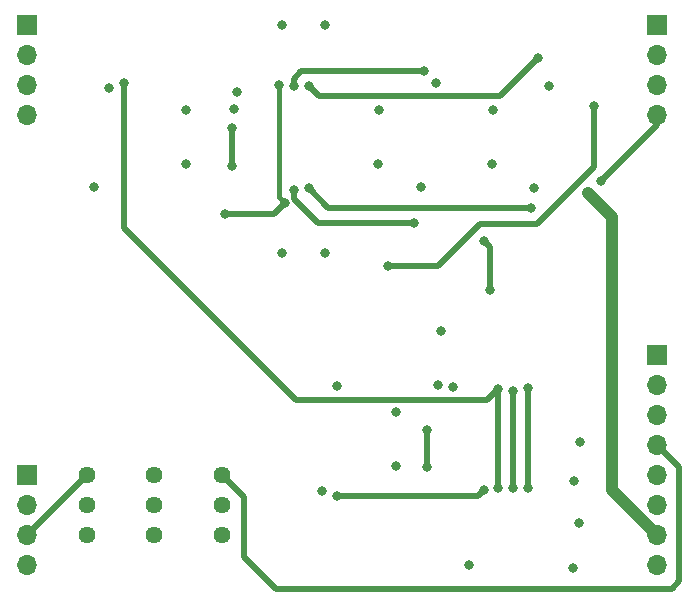
<source format=gbl>
G04 #@! TF.GenerationSoftware,KiCad,Pcbnew,5.1.10-88a1d61d58~90~ubuntu20.04.1*
G04 #@! TF.CreationDate,2021-09-06T13:30:35-04:00*
G04 #@! TF.ProjectId,four_pole_lpf,666f7572-5f70-46f6-9c65-5f6c70662e6b,0.1*
G04 #@! TF.SameCoordinates,Original*
G04 #@! TF.FileFunction,Copper,L4,Bot*
G04 #@! TF.FilePolarity,Positive*
%FSLAX46Y46*%
G04 Gerber Fmt 4.6, Leading zero omitted, Abs format (unit mm)*
G04 Created by KiCad (PCBNEW 5.1.10-88a1d61d58~90~ubuntu20.04.1) date 2021-09-06 13:30:35*
%MOMM*%
%LPD*%
G01*
G04 APERTURE LIST*
G04 #@! TA.AperFunction,ComponentPad*
%ADD10C,1.440000*%
G04 #@! TD*
G04 #@! TA.AperFunction,ComponentPad*
%ADD11O,1.700000X1.700000*%
G04 #@! TD*
G04 #@! TA.AperFunction,ComponentPad*
%ADD12R,1.700000X1.700000*%
G04 #@! TD*
G04 #@! TA.AperFunction,ViaPad*
%ADD13C,0.800000*%
G04 #@! TD*
G04 #@! TA.AperFunction,Conductor*
%ADD14C,1.000000*%
G04 #@! TD*
G04 #@! TA.AperFunction,Conductor*
%ADD15C,0.400000*%
G04 #@! TD*
G04 #@! TA.AperFunction,Conductor*
%ADD16C,0.500000*%
G04 #@! TD*
G04 APERTURE END LIST*
D10*
X110490000Y-106680000D03*
X110490000Y-109220000D03*
X110490000Y-111760000D03*
X104775000Y-106680000D03*
X104775000Y-109220000D03*
X104775000Y-111760000D03*
X99060000Y-106680000D03*
X99060000Y-109220000D03*
X99060000Y-111760000D03*
D11*
X147320000Y-114300000D03*
X147320000Y-111760000D03*
X147320000Y-109220000D03*
X147320000Y-106680000D03*
X147320000Y-104140000D03*
X147320000Y-101600000D03*
X147320000Y-99060000D03*
D12*
X147320000Y-96520000D03*
D11*
X147320000Y-76200000D03*
X147320000Y-73660000D03*
X147320000Y-71120000D03*
D12*
X147320000Y-68580000D03*
D11*
X93980000Y-114300000D03*
X93980000Y-111760000D03*
X93980000Y-109220000D03*
D12*
X93980000Y-106680000D03*
D11*
X93980000Y-76200000D03*
X93980000Y-73660000D03*
X93980000Y-71120000D03*
D12*
X93980000Y-68580000D03*
D13*
X141478000Y-82804000D03*
X115570000Y-68580000D03*
X119253000Y-68580000D03*
X111506000Y-75692000D03*
X111760000Y-74295000D03*
X107442000Y-75819000D03*
X107442000Y-80391000D03*
X100965000Y-73914000D03*
X99695000Y-82296000D03*
X123825000Y-75819000D03*
X123698000Y-80391000D03*
X127381000Y-82296000D03*
X138176000Y-73787000D03*
X133477000Y-75819000D03*
X133350000Y-80391000D03*
X136906000Y-82423000D03*
X115570000Y-87884000D03*
X119253000Y-87884000D03*
X118999000Y-108077000D03*
X125222000Y-105918000D03*
X125222000Y-101346000D03*
X140843000Y-103886000D03*
X140335000Y-107188000D03*
X140716000Y-110744000D03*
X140208000Y-114554000D03*
X131445000Y-114300000D03*
X129032000Y-94488000D03*
X128651000Y-73532988D03*
X120269000Y-99186996D03*
X128778000Y-99060000D03*
X111379000Y-80518000D03*
X111366000Y-77356000D03*
X127889000Y-106045000D03*
X127889000Y-102870000D03*
X127635000Y-72517000D03*
X116586000Y-73787000D03*
X117856000Y-73787000D03*
X137287000Y-71374000D03*
X141986000Y-75438000D03*
X124587000Y-89027000D03*
X116586000Y-82550000D03*
X126746000Y-85344000D03*
X133223000Y-91059000D03*
X132715000Y-86868000D03*
X117856000Y-82423000D03*
X136652000Y-84074000D03*
X142621000Y-81788000D03*
X110744000Y-84582000D03*
X115824000Y-83693000D03*
X115316000Y-73660000D03*
X133858000Y-107823000D03*
X102235000Y-73533000D03*
X133858000Y-99440998D03*
X132715000Y-107950000D03*
X120269000Y-108458000D03*
X135128000Y-107823000D03*
X135127997Y-99567997D03*
X136398000Y-107823000D03*
X136398000Y-99314000D03*
X130099000Y-99238000D03*
D14*
X143510000Y-84836000D02*
X141478000Y-82804000D01*
X143510000Y-107950000D02*
X143510000Y-84836000D01*
X147320000Y-111760000D02*
X143510000Y-107950000D01*
D15*
X110490000Y-111760000D02*
X110490000Y-111887000D01*
D16*
X111379000Y-80518000D02*
X111379000Y-77369000D01*
D15*
X111366000Y-77356000D02*
X111379000Y-77369000D01*
D16*
X127889000Y-106045000D02*
X127889000Y-102870000D01*
X127635000Y-72517000D02*
X117221000Y-72517000D01*
X116586000Y-73152000D02*
X116586000Y-73787000D01*
X117221000Y-72517000D02*
X116586000Y-73152000D01*
X134023977Y-74637023D02*
X137287000Y-71374000D01*
X117856000Y-73787000D02*
X118706023Y-74637023D01*
X118706023Y-74637023D02*
X134023977Y-74637023D01*
X128778000Y-89027000D02*
X124587000Y-89027000D01*
X132334000Y-85471000D02*
X128778000Y-89027000D01*
X137160000Y-85471000D02*
X132334000Y-85471000D01*
X141986000Y-80645000D02*
X137160000Y-85471000D01*
X141986000Y-75438000D02*
X141986000Y-80645000D01*
X118618000Y-85344000D02*
X126746000Y-85344000D01*
X116586000Y-83312000D02*
X118618000Y-85344000D01*
X116586000Y-82550000D02*
X116586000Y-83312000D01*
X133223000Y-87376000D02*
X132715000Y-86868000D01*
X133223000Y-91059000D02*
X133223000Y-87376000D01*
X117856000Y-82423000D02*
X119507000Y-84074000D01*
X119507000Y-84074000D02*
X136652000Y-84074000D01*
X142621000Y-81788000D02*
X147320000Y-77089000D01*
X147320000Y-77089000D02*
X147320000Y-76200000D01*
X114935000Y-84582000D02*
X115824000Y-83693000D01*
X110744000Y-84582000D02*
X114935000Y-84582000D01*
D15*
X115316000Y-83185000D02*
X115316000Y-73660000D01*
X115824000Y-83693000D02*
X115316000Y-83185000D01*
D16*
X93980000Y-111760000D02*
X99060000Y-106680000D01*
X148590000Y-116332000D02*
X149225000Y-115697000D01*
X149225000Y-115697000D02*
X149225000Y-106045000D01*
X115062000Y-116332000D02*
X148590000Y-116332000D01*
X149225000Y-106045000D02*
X147320000Y-104140000D01*
X115062000Y-116332000D02*
X112395000Y-113665000D01*
X112395000Y-108585000D02*
X110490000Y-106680000D01*
X112395000Y-113665000D02*
X112395000Y-108585000D01*
D15*
X133858000Y-99733000D02*
X133858000Y-99440998D01*
D16*
X133858000Y-107823000D02*
X133858000Y-99733000D01*
X133858000Y-99440998D02*
X132956978Y-100342020D01*
X132956978Y-100342020D02*
X116811018Y-100342020D01*
X116811018Y-100342020D02*
X102235000Y-85766002D01*
X102235000Y-85766002D02*
X102235000Y-73533000D01*
X132715000Y-107950000D02*
X132207000Y-108458000D01*
X132207000Y-108458000D02*
X120269000Y-108458000D01*
X135128000Y-107823000D02*
X135128000Y-99568000D01*
D15*
X135128000Y-99568000D02*
X135127997Y-99567997D01*
D16*
X136398000Y-107823000D02*
X136398000Y-99314000D01*
M02*

</source>
